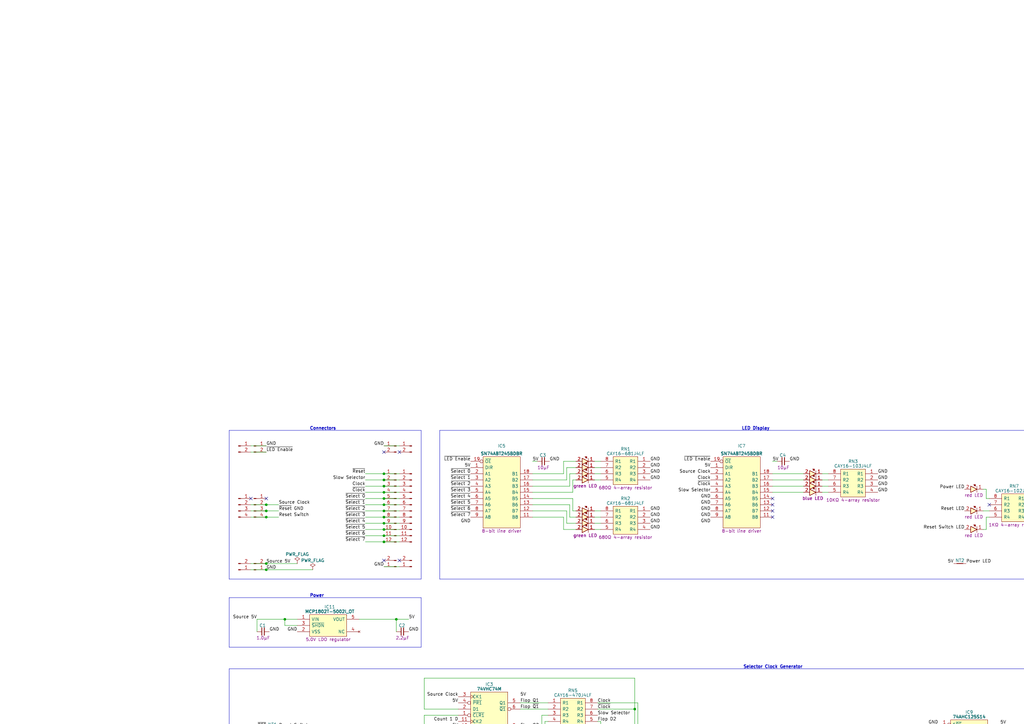
<source format=kicad_sch>
(kicad_sch (version 20230121) (generator eeschema)
  (paper "A3")
  (junction (at 116.84 254))
  (junction (at 157.48 207.01))
  (junction (at 109.22 212.09))
  (junction (at 157.48 212.09))
  (junction (at 109.22 209.55))
  (junction (at 132.08 320.04))
  (junction (at 109.22 233.68))
  (junction (at 157.48 194.31))
  (junction (at 157.48 222.25))
  (junction (at 157.48 219.71))
  (junction (at 157.48 204.47))
  (junction (at 157.48 209.55))
  (junction (at 157.48 201.93))
  (junction (at 260.35 290.83))
  (junction (at 109.22 207.01))
  (junction (at 157.48 217.17))
  (junction (at 157.48 196.85))
  (junction (at 109.22 231.14))
  (junction (at 157.48 214.63))
  (junction (at 173.99 303.53))
  (junction (at 157.48 199.39))
  (junction (at 162.56 254))
  (no_connect (at 163.83 340.36))
  (no_connect (at 163.83 325.12))
  (no_connect (at 163.83 330.2))
  (no_connect (at 163.83 332.74))
  (no_connect (at 405.765 207.01))
  (no_connect (at 163.83 335.28))
  (no_connect (at 102.87 204.47))
  (no_connect (at 163.83 185.42))
  (no_connect (at 109.22 204.47))
  (no_connect (at 157.48 185.42))
  (no_connect (at 157.48 229.87))
  (no_connect (at 222.25 330.2))
  (no_connect (at 222.25 332.74))
  (no_connect (at 426.085 207.01))
  (no_connect (at 163.83 229.87))
  (no_connect (at 289.56 314.96))
  (no_connect (at 289.56 322.58))
  (no_connect (at 289.56 325.12))
  (no_connect (at 316.865 207.01))
  (no_connect (at 316.865 204.47))
  (no_connect (at 316.865 209.55))
  (no_connect (at 316.865 212.09))
  (wire (pts (xy 289.56 320.04) (xy 300.99 320.04)))
  (wire (pts (xy 182.88 311.15) (xy 246.38 311.15)))
  (wire (pts (xy 236.22 191.77) (xy 232.41 191.77)))
  (wire (pts (xy 323.85 322.58) (xy 326.39 322.58)))
  (wire (pts (xy 232.41 214.63) (xy 236.22 214.63)))
  (wire (pts (xy 316.865 199.39) (xy 329.565 199.39)))
  (wire (pts (xy 157.48 204.47) (xy 163.83 204.47)))
  (wire (pts (xy 337.185 194.31) (xy 339.725 194.31)))
  (wire (pts (xy 149.86 196.85) (xy 157.48 196.85)))
  (wire (pts (xy 149.86 204.47) (xy 157.48 204.47)))
  (wire (pts (xy 337.185 201.93) (xy 339.725 201.93)))
  (wire (pts (xy 213.36 300.99) (xy 223.52 300.99)))
  (wire (pts (xy 303.53 327.66) (xy 302.26 327.66)))
  (wire (pts (xy 102.87 212.09) (xy 109.22 212.09)))
  (wire (pts (xy 182.88 311.15) (xy 182.88 300.99)))
  (wire (pts (xy 224.79 295.91) (xy 223.52 295.91)))
  (wire (pts (xy 233.68 212.09) (xy 236.22 212.09)))
  (wire (pts (xy 422.91 303.53) (xy 424.18 303.53)))
  (wire (pts (xy 245.11 288.29) (xy 261.62 288.29)))
  (wire (pts (xy 422.91 311.15) (xy 424.18 311.15)))
  (wire (pts (xy 149.86 219.71) (xy 157.48 219.71)))
  (wire (pts (xy 102.87 182.88) (xy 109.22 182.88)))
  (wire (pts (xy 363.22 325.12) (xy 377.19 325.12)))
  (wire (pts (xy 326.39 325.12) (xy 326.39 327.66)))
  (wire (pts (xy 232.41 209.55) (xy 232.41 214.63)))
  (wire (pts (xy 224.79 293.37) (xy 222.25 293.37)))
  (wire (pts (xy 157.48 207.01) (xy 163.83 207.01)))
  (wire (pts (xy 316.865 196.85) (xy 329.565 196.85)))
  (wire (pts (xy 234.95 201.93) (xy 234.95 196.85)))
  (wire (pts (xy 260.35 312.42) (xy 264.16 312.42)))
  (wire (pts (xy 231.14 212.09) (xy 231.14 217.17)))
  (wire (pts (xy 243.84 209.55) (xy 246.38 209.55)))
  (wire (pts (xy 326.39 327.66) (xy 337.82 327.66)))
  (wire (pts (xy 260.35 278.13) (xy 260.35 290.83)))
  (wire (pts (xy 102.87 233.68) (xy 109.22 233.68)))
  (polyline (pts (xy 93.98 274.32) (xy 93.98 358.14)))
  (wire (pts (xy 218.44 209.55) (xy 232.41 209.55)))
  (polyline (pts (xy 93.98 265.43) (xy 93.98 245.11)))
  (wire (pts (xy 410.21 344.17) (xy 421.64 344.17)))
  (wire (pts (xy 236.22 194.31) (xy 233.68 194.31)))
  (wire (pts (xy 410.21 314.96) (xy 422.91 314.96)))
  (wire (pts (xy 157.48 214.63) (xy 163.83 214.63)))
  (wire (pts (xy 375.92 339.09) (xy 384.81 339.09)))
  (wire (pts (xy 259.08 314.96) (xy 259.08 322.58)))
  (polyline (pts (xy 180.34 176.53) (xy 180.34 237.49)))
  (wire (pts (xy 187.96 293.37) (xy 173.99 293.37)))
  (wire (pts (xy 302.26 317.5) (xy 302.26 320.04)))
  (wire (pts (xy 377.19 325.12) (xy 377.19 334.01)))
  (wire (pts (xy 363.22 322.58) (xy 377.19 322.58)))
  (wire (pts (xy 246.38 295.91) (xy 246.38 311.15)))
  (wire (pts (xy 377.19 334.01) (xy 384.81 334.01)))
  (wire (pts (xy 243.84 189.23) (xy 246.38 189.23)))
  (wire (pts (xy 234.95 204.47) (xy 234.95 209.55)))
  (wire (pts (xy 404.495 217.17) (xy 404.495 212.09)))
  (wire (pts (xy 405.765 204.47) (xy 404.495 204.47)))
  (wire (pts (xy 157.48 217.17) (xy 163.83 217.17)))
  (wire (pts (xy 147.32 254) (xy 162.56 254)))
  (wire (pts (xy 218.44 201.93) (xy 234.95 201.93)))
  (wire (pts (xy 149.86 217.17) (xy 157.48 217.17)))
  (wire (pts (xy 404.495 204.47) (xy 404.495 200.66)))
  (polyline (pts (xy 172.72 265.43) (xy 93.98 265.43)))
  (wire (pts (xy 157.48 212.09) (xy 163.83 212.09)))
  (wire (pts (xy 172.72 337.82) (xy 163.83 337.82)))
  (wire (pts (xy 374.65 344.17) (xy 374.65 330.2)))
  (wire (pts (xy 325.12 330.2) (xy 337.82 330.2)))
  (wire (pts (xy 222.25 322.58) (xy 259.08 322.58)))
  (wire (pts (xy 316.865 194.31) (xy 329.565 194.31)))
  (wire (pts (xy 421.64 340.36) (xy 421.64 339.09)))
  (wire (pts (xy 300.99 325.12) (xy 300.99 327.66)))
  (wire (pts (xy 318.77 306.07) (xy 320.04 306.07)))
  (wire (pts (xy 410.21 334.01) (xy 422.91 334.01)))
  (wire (pts (xy 157.48 199.39) (xy 163.83 199.39)))
  (polyline (pts (xy 93.98 358.14) (xy 477.52 358.14)))
  (wire (pts (xy 243.84 212.09) (xy 246.38 212.09)))
  (wire (pts (xy 232.41 191.77) (xy 232.41 196.85)))
  (wire (pts (xy 218.44 196.85) (xy 232.41 196.85)))
  (polyline (pts (xy 453.39 237.49) (xy 453.39 176.53)))
  (wire (pts (xy 184.15 325.12) (xy 196.85 325.12)))
  (wire (pts (xy 289.56 330.2) (xy 302.26 330.2)))
  (wire (pts (xy 363.22 327.66) (xy 375.92 327.66)))
  (wire (pts (xy 124.46 320.04) (xy 132.08 320.04)))
  (wire (pts (xy 234.95 196.85) (xy 236.22 196.85)))
  (wire (pts (xy 421.64 308.61) (xy 424.18 308.61)))
  (wire (pts (xy 163.83 182.88) (xy 157.48 182.88)))
  (wire (pts (xy 325.12 330.2) (xy 325.12 327.66)))
  (wire (pts (xy 149.86 214.63) (xy 157.48 214.63)))
  (wire (pts (xy 218.44 212.09) (xy 231.14 212.09)))
  (wire (pts (xy 410.21 339.09) (xy 421.64 339.09)))
  (wire (pts (xy 316.865 201.93) (xy 329.565 201.93)))
  (wire (pts (xy 259.08 314.96) (xy 264.16 314.96)))
  (wire (pts (xy 102.87 207.01) (xy 109.22 207.01)))
  (wire (pts (xy 422.91 337.82) (xy 422.91 334.01)))
  (wire (pts (xy 105.41 254) (xy 116.84 254)))
  (wire (pts (xy 157.48 201.93) (xy 163.83 201.93)))
  (wire (pts (xy 289.56 327.66) (xy 300.99 327.66)))
  (wire (pts (xy 325.12 320.04) (xy 325.12 317.5)))
  (wire (pts (xy 222.25 293.37) (xy 222.25 298.45)))
  (wire (pts (xy 302.26 327.66) (xy 302.26 330.2)))
  (wire (pts (xy 218.44 189.23) (xy 220.345 189.23)))
  (wire (pts (xy 187.96 290.83) (xy 173.99 290.83)))
  (wire (pts (xy 260.35 290.83) (xy 260.35 312.42)))
  (wire (pts (xy 243.84 194.31) (xy 246.38 194.31)))
  (wire (pts (xy 157.48 196.85) (xy 163.83 196.85)))
  (wire (pts (xy 234.95 209.55) (xy 236.22 209.55)))
  (wire (pts (xy 421.64 342.9) (xy 421.64 344.17)))
  (polyline (pts (xy 172.72 245.11) (xy 93.98 245.11)))
  (wire (pts (xy 421.64 306.07) (xy 424.18 306.07)))
  (wire (pts (xy 313.69 312.42) (xy 289.56 312.42)))
  (wire (pts (xy 218.44 204.47) (xy 234.95 204.47)))
  (wire (pts (xy 404.495 212.09) (xy 405.765 212.09)))
  (wire (pts (xy 373.38 299.72) (xy 373.38 314.96)))
  (wire (pts (xy 109.22 207.01) (xy 114.3 207.01)))
  (wire (pts (xy 162.56 254) (xy 167.64 254)))
  (wire (pts (xy 422.91 299.72) (xy 422.91 303.53)))
  (wire (pts (xy 182.88 300.99) (xy 187.96 300.99)))
  (wire (pts (xy 180.34 337.82) (xy 177.8 337.82)))
  (wire (pts (xy 363.22 320.04) (xy 375.92 320.04)))
  (wire (pts (xy 173.99 303.53) (xy 187.96 303.53)))
  (wire (pts (xy 323.85 325.12) (xy 326.39 325.12)))
  (wire (pts (xy 173.99 293.37) (xy 173.99 303.53)))
  (wire (pts (xy 102.87 185.42) (xy 109.22 185.42)))
  (wire (pts (xy 223.52 295.91) (xy 223.52 300.99)))
  (wire (pts (xy 132.08 322.58) (xy 132.08 320.04)))
  (wire (pts (xy 374.65 330.2) (xy 363.22 330.2)))
  (wire (pts (xy 363.22 314.96) (xy 373.38 314.96)))
  (wire (pts (xy 149.86 199.39) (xy 157.48 199.39)))
  (wire (pts (xy 375.92 309.88) (xy 375.92 320.04)))
  (wire (pts (xy 424.18 337.82) (xy 422.91 337.82)))
  (wire (pts (xy 363.22 332.74) (xy 373.38 332.74)))
  (wire (pts (xy 405.765 209.55) (xy 403.225 209.55)))
  (wire (pts (xy 231.14 189.23) (xy 231.14 194.31)))
  (polyline (pts (xy 172.72 245.11) (xy 172.72 265.43)))
  (wire (pts (xy 173.99 290.83) (xy 173.99 278.13)))
  (wire (pts (xy 213.36 290.83) (xy 224.79 290.83)))
  (wire (pts (xy 218.44 194.31) (xy 231.14 194.31)))
  (wire (pts (xy 162.56 254) (xy 162.56 259.08)))
  (wire (pts (xy 375.92 327.66) (xy 375.92 339.09)))
  (wire (pts (xy 102.87 231.14) (xy 109.22 231.14)))
  (polyline (pts (xy 477.52 358.14) (xy 477.52 274.32)))
  (wire (pts (xy 384.81 344.17) (xy 374.65 344.17)))
  (wire (pts (xy 184.15 320.04) (xy 184.15 325.12)))
  (wire (pts (xy 236.22 189.23) (xy 231.14 189.23)))
  (wire (pts (xy 410.21 309.88) (xy 421.64 309.88)))
  (wire (pts (xy 326.39 320.04) (xy 337.82 320.04)))
  (wire (pts (xy 163.83 320.04) (xy 184.15 320.04)))
  (wire (pts (xy 421.64 309.88) (xy 421.64 308.61)))
  (wire (pts (xy 116.84 254) (xy 121.92 254)))
  (wire (pts (xy 261.62 288.29) (xy 261.62 322.58)))
  (wire (pts (xy 325.12 317.5) (xy 337.82 317.5)))
  (wire (pts (xy 102.87 209.55) (xy 109.22 209.55)))
  (wire (pts (xy 318.77 189.23) (xy 316.865 189.23)))
  (wire (pts (xy 149.86 194.31) (xy 157.48 194.31)))
  (wire (pts (xy 424.18 345.44) (xy 422.91 345.44)))
  (wire (pts (xy 163.83 232.41) (xy 157.48 232.41)))
  (wire (pts (xy 173.99 303.53) (xy 173.99 327.66)))
  (wire (pts (xy 243.84 191.77) (xy 246.38 191.77)))
  (wire (pts (xy 132.08 322.58) (xy 138.43 322.58)))
  (wire (pts (xy 422.91 314.96) (xy 422.91 311.15)))
  (wire (pts (xy 303.53 322.58) (xy 300.99 322.58)))
  (wire (pts (xy 410.21 299.72) (xy 422.91 299.72)))
  (wire (pts (xy 363.22 317.5) (xy 374.65 317.5)))
  (polyline (pts (xy 172.72 237.49) (xy 93.98 237.49)))
  (wire (pts (xy 243.84 214.63) (xy 246.38 214.63)))
  (wire (pts (xy 410.21 349.25) (xy 422.91 349.25)))
  (wire (pts (xy 303.53 320.04) (xy 302.26 320.04)))
  (wire (pts (xy 337.185 196.85) (xy 339.725 196.85)))
  (wire (pts (xy 373.38 349.25) (xy 384.81 349.25)))
  (wire (pts (xy 424.18 340.36) (xy 421.64 340.36)))
  (wire (pts (xy 231.14 217.17) (xy 236.22 217.17)))
  (polyline (pts (xy 180.34 176.53) (xy 453.39 176.53)))
  (wire (pts (xy 300.99 322.58) (xy 300.99 320.04)))
  (wire (pts (xy 245.11 290.83) (xy 260.35 290.83)))
  (wire (pts (xy 245.11 295.91) (xy 246.38 295.91)))
  (wire (pts (xy 384.81 299.72) (xy 373.38 299.72)))
  (wire (pts (xy 222.25 325.12) (xy 264.16 325.12)))
  (wire (pts (xy 422.91 345.44) (xy 422.91 349.25)))
  (wire (pts (xy 116.84 256.54) (xy 116.84 254)))
  (wire (pts (xy 173.99 327.66) (xy 163.83 327.66)))
  (wire (pts (xy 233.68 207.01) (xy 233.68 212.09)))
  (wire (pts (xy 233.68 194.31) (xy 233.68 199.39)))
  (wire (pts (xy 384.81 309.88) (xy 375.92 309.88)))
  (wire (pts (xy 218.44 199.39) (xy 233.68 199.39)))
  (wire (pts (xy 373.38 332.74) (xy 373.38 349.25)))
  (wire (pts (xy 157.48 222.25) (xy 163.83 222.25)))
  (wire (pts (xy 313.69 306.07) (xy 313.69 312.42)))
  (wire (pts (xy 303.53 325.12) (xy 300.99 325.12)))
  (wire (pts (xy 410.21 304.8) (xy 421.64 304.8)))
  (wire (pts (xy 326.39 320.04) (xy 326.39 322.58)))
  (polyline (pts (xy 172.72 176.53) (xy 172.72 237.49)))
  (wire (pts (xy 109.22 233.68) (xy 128.27 233.68)))
  (wire (pts (xy 377.19 314.96) (xy 377.19 322.58)))
  (wire (pts (xy 289.56 317.5) (xy 302.26 317.5)))
  (wire (pts (xy 157.48 219.71) (xy 163.83 219.71)))
  (polyline (pts (xy 93.98 176.53) (xy 93.98 237.49)))
  (wire (pts (xy 403.225 217.17) (xy 404.495 217.17)))
  (wire (pts (xy 157.48 194.31) (xy 163.83 194.31)))
  (wire (pts (xy 337.185 199.39) (xy 339.725 199.39)))
  (wire (pts (xy 116.84 256.54) (xy 121.92 256.54)))
  (wire (pts (xy 384.81 314.96) (xy 377.19 314.96)))
  (wire (pts (xy 384.81 304.8) (xy 374.65 304.8)))
  (polyline (pts (xy 180.34 237.49) (xy 453.39 237.49)))
  (wire (pts (xy 132.08 320.04) (xy 138.43 320.04)))
  (wire (pts (xy 109.22 212.09) (xy 114.3 212.09)))
  (polyline (pts (xy 93.98 176.53) (xy 172.72 176.53)))
  (wire (pts (xy 149.86 222.25) (xy 157.48 222.25)))
  (wire (pts (xy 109.22 231.14) (xy 121.92 231.14)))
  (wire (pts (xy 243.84 217.17) (xy 246.38 217.17)))
  (wire (pts (xy 149.86 201.93) (xy 157.48 201.93)))
  (wire (pts (xy 261.62 322.58) (xy 264.16 322.58)))
  (wire (pts (xy 424.18 342.9) (xy 421.64 342.9)))
  (wire (pts (xy 105.41 254) (xy 105.41 259.08)))
  (wire (pts (xy 163.83 322.58) (xy 196.85 322.58)))
  (wire (pts (xy 149.86 209.55) (xy 157.48 209.55)))
  (wire (pts (xy 173.99 278.13) (xy 260.35 278.13)))
  (polyline (pts (xy 93.98 274.32) (xy 477.52 274.32)))
  (wire (pts (xy 404.495 200.66) (xy 403.225 200.66)))
  (wire (pts (xy 213.36 298.45) (xy 222.25 298.45)))
  (wire (pts (xy 325.12 327.66) (xy 323.85 327.66)))
  (wire (pts (xy 421.64 304.8) (xy 421.64 306.07)))
  (wire (pts (xy 149.86 212.09) (xy 157.48 212.09)))
  (wire (pts (xy 213.36 288.29) (xy 224.79 288.29)))
  (wire (pts (xy 218.44 207.01) (xy 233.68 207.01)))
  (wire (pts (xy 109.22 209.55) (xy 114.3 209.55)))
  (wire (pts (xy 374.65 304.8) (xy 374.65 317.5)))
  (wire (pts (xy 157.48 209.55) (xy 163.83 209.55)))
  (wire (pts (xy 243.84 196.85) (xy 246.38 196.85)))
  (wire (pts (xy 325.12 320.04) (xy 323.85 320.04)))
  (wire (pts (xy 149.86 207.01) (xy 157.48 207.01)))
  (text "LED Display" (at 304.165 176.53 0) (effects (font (size 1.27 1.27) (thickness 0.254) bold) (justify left bottom)))
  (text "Connectors" (at 127 176.53 0) (effects (font (size 1.27 1.27) (thickness 0.254) bold) (justify left bottom)))
  (text "Power" (at 127 245.11 0) (effects (font (size 1.27 1.27) (thickness 0.254) bold) (justify left bottom)))
  (text "Selector Clock Generator" (at 304.8 274.32 0) (effects (font (size 1.27 1.27) (thickness 0.254) bold) (justify left bottom)))
  (label "Flop ~{Q2}" (at 213.36 300.99 0))
  (label "Drive1 3Y" (at 410.21 309.88 0))
  (label "GND" (at 138.43 340.36 180))
  (label "Drive1 1Y" (at 410.21 299.72 0))
  (label "Reset Switch" (at 114.3 298.45 0))
  (label "GND" (at 266.7 209.55 0))
  (label "5V" (at 465.455 326.39 180))
  (label "Slow Selector" (at 291.465 201.93 180))
  (label "~{LED Enable}" (at 291.465 189.23 180))
  (label "~{Select 2}" (at 193.04 199.39 180))
  (label "5V" (at 410.21 297.18 0))
  (label "Flop Q2" (at 213.36 298.45 0))
  (label "GND" (at 266.7 194.31 0))
  (label "Power LED" (at 396.24 231.14 0))
  (label "GND" (at 384.81 341.63 180))
  (label "Count 1 A" (at 327.66 320.04 0))
  (label "GND" (at 384.81 336.55 180))
  (label "Count 1QA" (at 289.56 320.04 0))
  (label "GND" (at 167.64 259.08 0))
  (label "~{Select 6}" (at 444.5 303.53 0))
  (label "~{Clock}" (at 291.465 199.39 180))
  (label "Drive2 3Y" (at 410.21 344.17 0))
  (label "~{Reset} GND" (at 114.3 306.07 0))
  (label "Reset Switch LED" (at 222.25 327.66 0))
  (label "GND" (at 470.535 326.39 0))
  (label "GND" (at 138.43 317.5 180))
  (label "Line ~{Y1A}" (at 363.22 320.04 0))
  (label "GND" (at 266.7 196.85 0))
  (label "GND" (at 193.04 214.63 180))
  (label "Drive2 4Y" (at 410.21 349.25 0))
  (label "Slow Selector" (at 149.86 196.85 180))
  (label "Count 2 A" (at 327.66 330.2 0))
  (label "~{Reset} GND" (at 114.3 209.55 0))
  (label "5V" (at 187.96 298.45 180))
  (label "GND" (at 266.7 189.23 0))
  (label "Shift QA" (at 163.83 337.82 0))
  (label "Line ~{Y0B}" (at 363.22 332.74 0))
  (label "Line ~{Y2A}" (at 363.22 317.5 0))
  (label "GND" (at 446.405 203.2 0))
  (label "GND" (at 196.85 337.82 180))
  (label "GND" (at 470.535 295.91 0))
  (label "GND" (at 470.535 334.01 0))
  (label "GND" (at 384.81 346.71 180))
  (label "Reset Switch" (at 114.3 212.09 0))
  (label "~{Shift QG}" (at 222.25 322.58 0))
  (label "GND" (at 360.045 201.93 0))
  (label "GND" (at 196.85 330.2 180))
  (label "Line ~{Y0A}" (at 363.22 322.58 0))
  (label "~{Select 2}" (at 149.86 209.55 180))
  (label "Source Clock" (at 138.43 325.12 180))
  (label "5V" (at 391.16 231.14 180))
  (label "GND" (at 196.85 332.74 180))
  (label "5V" (at 222.25 320.04 0))
  (label "Clock" (at 149.86 199.39 180))
  (label "Shift QE" (at 163.83 327.66 0))
  (label "GND" (at 384.81 351.79 180))
  (label "~{Select 3}" (at 444.5 342.9 0))
  (label "Flop Q1" (at 213.36 288.29 0))
  (label "~{Select 2}" (at 444.5 308.61 0))
  (label "GND" (at 470.535 311.15 0))
  (label "GND" (at 157.48 182.88 180))
  (label "5V" (at 193.04 191.77 180))
  (label "~{RST}" (at 196.85 327.66 180))
  (label "~{Clock}" (at 245.11 290.83 0))
  (label "5V" (at 187.96 288.29 180))
  (label "GND" (at 291.465 214.63 180))
  (label "Reset Switch LED" (at 395.605 217.17 180))
  (label "5V" (at 213.36 285.75 0))
  (label "Source Clock" (at 291.465 194.31 180))
  (label "GND" (at 426.085 212.09 0))
  (label "5V" (at 218.44 189.23 0))
  (label "~{Select 1}" (at 444.5 345.44 0))
  (label "GND" (at 384.81 331.47 180))
  (label "5V" (at 465.455 334.01 180))
  (label "Clock" (at 291.465 196.85 180))
  (label "Source Clock" (at 114.3 207.01 0))
  (label "Flop D2" (at 245.11 295.91 0))
  (label "~{Shift QH}" (at 222.25 325.12 0))
  (label "GND" (at 264.16 330.2 180))
  (label "5V" (at 465.455 318.77 180))
  (label "5V" (at 465.455 303.53 180))
  (label "GND" (at 384.81 297.18 180))
  (label "~{Reset}" (at 149.86 194.31 180))
  (label "~{Select 6}" (at 193.04 209.55 180))
  (label "GND" (at 360.045 199.39 0))
  (label "Count 1 D" (at 187.96 295.91 180))
  (label "Count 1QD" (at 289.56 312.42 0))
  (label "GND" (at 323.85 189.23 0))
  (label "GND" (at 360.045 194.31 0))
  (label "GND" (at 384.81 312.42 180))
  (label "Source Clock" (at 187.96 285.75 180))
  (label "GND" (at 337.82 314.96 180))
  (label "GND" (at 291.465 212.09 180))
  (label "GND" (at 291.465 209.55 180))
  (label "Source 5V" (at 109.22 231.14 0))
  (label "GND" (at 266.7 214.63 0))
  (label "Flop ~{Q1}" (at 213.36 290.83 0))
  (label "5V" (at 363.22 312.42 0))
  (label "~{Select 7}" (at 444.5 337.82 0))
  (label "5V" (at 99.06 320.04 180))
  (label "GND" (at 291.465 207.01 180))
  (label "Source 5V" (at 105.41 254 180))
  (label "GND" (at 110.49 259.08 0))
  (label "5V" (at 465.455 295.91 180))
  (label "5V" (at 163.83 317.5 0))
  (label "Slow Selector" (at 245.11 293.37 0))
  (label "~{Select 1}" (at 193.04 196.85 180))
  (label "~{Select 4}" (at 444.5 306.07 0))
  (label "~{Reset}" (at 196.85 335.28 180))
  (label "~{Select 7}" (at 149.86 222.25 180))
  (label "~{Clock}" (at 149.86 201.93 180))
  (label "5V" (at 410.21 331.47 0))
  (label "GND" (at 426.085 204.47 0))
  (label "GND" (at 109.22 306.07 180))
  (label "Reset LED" (at 222.25 335.28 0))
  (label "5V" (at 167.64 254 0))
  (label "Count 2QA" (at 289.56 330.2 0))
  (label "GND" (at 384.81 317.5 180))
  (label "Clock" (at 245.11 288.29 0))
  (label "GND" (at 225.425 189.23 0))
  (label "Drive2 1Y" (at 410.21 334.01 0))
  (label "~{Select 3}" (at 149.86 212.09 180))
  (label "~{Select 0}" (at 444.5 311.15 0))
  (label "GND" (at 384.81 307.34 180))
  (label "GND" (at 124.46 317.5 0))
  (label "GND" (at 266.7 217.17 0))
  (label "~{RST}" (at 124.46 320.04 0))
  (label "~{Select 4}" (at 193.04 204.47 180))
  (label "GND" (at 121.92 259.08 180))
  (label "5V" (at 289.56 309.88 0))
  (label "~{Select 1}" (at 149.86 207.01 180))
  (label "Count 1 D" (at 320.04 306.07 0))
  (label "~{LED Enable}" (at 109.22 185.42 0))
  (label "~{Select 0}" (at 149.86 204.47 180))
  (label "Shift QG" (at 163.83 322.58 0))
  (label "GND" (at 109.22 182.88 0))
  (label "GND" (at 337.82 325.12 180))
  (label "Count 1 B" (at 327.66 317.5 0))
  (label "~{Select 0}" (at 193.04 194.31 180))
  (label "Line ~{Y1B}" (at 363.22 330.2 0))
  (label "GND" (at 470.535 303.53 0))
  (label "GND" (at 157.48 232.41 180))
  (label "Line ~{Y3B}" (at 363.22 325.12 0))
  (label "GND" (at 360.045 196.85 0))
  (label "Drive2 2Y" (at 410.21 339.09 0))
  (label "Count 2 B" (at 327.66 327.66 0))
  (label "~{LED Enable}" (at 193.04 189.23 180))
  (label "~{RST}" (at 109.22 298.45 180))
  (label "Line ~{Y2B}" (at 363.22 327.66 0))
  (label "5V" (at 291.465 191.77 180))
  (label "~{Select 7}" (at 193.04 212.09 180))
  (label "5V" (at 316.865 189.23 0))
  (label "GND" (at 187.96 306.07 180))
  (label "~{Select 3}" (at 193.04 201.93 180))
  (label "~{Select 5}" (at 444.5 340.36 0))
  (label "5V" (at 465.455 311.15 180))
  (label "Reset LED" (at 395.605 209.55 180))
  (label "Source Clock" (at 138.43 327.66 180))
  (label "Drive1 2Y" (at 410.21 304.8 0))
  (label "GND" (at 470.535 318.77 0))
  (label "Drive1 4Y" (at 410.21 314.96 0))
  (label "Shift QH" (at 163.83 320.04 0))
  (label "5V" (at 441.325 203.2 180))
  (label "~{Select 5}" (at 193.04 207.01 180))
  (label "GND" (at 266.7 191.77 0))
  (label "~{Select 4}" (at 149.86 214.63 180))
  (label "~{Select 6}" (at 149.86 219.71 180))
  (label "Count 2QB" (at 289.56 327.66 0))
  (label "Line ~{Y3A}" (at 363.22 314.96 0))
  (label "GND" (at 426.085 209.55 0))
  (label "GND" (at 291.465 204.47 180))
  (label "GND" (at 446.405 210.82 0))
  (label "~{Select 5}" (at 149.86 217.17 180))
  (label "Power LED" (at 395.605 200.66 180))
  (label "GND" (at 337.82 332.74 180))
  (label "GND" (at 266.7 212.09 0))
  (label "GND" (at 384.81 302.26 180))
  (label "~{Reset}" (at 180.34 337.82 0))
  (label "GND" (at 470.535 341.63 0))
  (label "Count 1QB" (at 289.56 317.5 0))
  (label "5V" (at 465.455 341.63 180))
  (label "GND" (at 109.22 233.68 0))
  (label "5V" (at 441.325 210.82 180))
  (symbol (lib_id "Bourns:CAY16-470J4LF") (at 424.18 303.53 0) (unit 1)
    (property "Reference" "RN4" (at 434.34 298.45 0))
    (property "Value" "CAY16-470J4LF" (at 434.34 300.355 0))
    (property "Footprint" "CAY16470J4LF" (effects hide))
    (property "Datasheet" "https://www.bourns.com/pdfs/CATCAY.pdf" (effects hide))
    (property "Description" "47Ω 4-array resistor" (at 434.34 314.325 0))
    (property "Height" "0.6" (effects hide))
    (property "Manufacturer_Name" "Bourns" (effects hide))
    (property "Manufacturer_Part_Number" "CAY16-470J4LF" (effects hide))
    (property "Mouser Part Number" "652-CAY16-470J4LF" (effects hide))
    (property "Mouser Price/Stock" "https://www.mouser.co.uk/ProductDetail/Bourns/CAY16-470J4LF?qs=qTIqTK87QiXUF9QNWUvo2Q%3D%3D" (effects hide))
    (property "Arrow Part Number" "CAY16-470J4LF" (effects hide))
    (property "Arrow Price/Stock" "https://www.arrow.com/en/products/cay16-470j4lf/bourns" (effects hide))
    (property "Silkscreen" "47Ω" (effects hide))
  )
  (symbol (lib_id "Bourns:CAY16-681J4LF") (at 266.7 189.23 0) (mirror y) (unit 1)
    (property "Reference" "RN1" (at 256.54 184.15 0))
    (property "Value" "CAY16-681J4LF" (at 256.54 186.055 0))
    (property "Footprint" "SamacSys_Parts:CAY16-J4" (effects hide))
    (property "Datasheet" "https://www.bourns.com/pdfs/CATCAY.pdf" (effects hide))
    (property "Description" "680Ω 4-array resistor" (at 256.54 200.025 0))
    (property "Manufacturer_Name" "Bourns" (effects hide))
    (property "Manufacturer_Part_Number" "CAY16-681J4LF" (effects hide))
    (property "Mouser Part Number" "652-CAY16-681J4LF" (effects hide))
    (property "Mouser Price/Stock" "https://www.mouser.co.uk/ProductDetail/Bourns/CAY16-472J4LF?qs=vjljXApjgZXDWSqaYW6%252BOA%3D%3D" (effects hide))
    (property "Silkscreen" "680Ω" (effects hide))
  )
  (symbol (lib_id "Connector:Conn_01x04_Male") (at 104.14 207.01 0) (unit 1)
    (property "Reference" "J5" (effects hide))
    (property "Value" "Conn_01x04_Male" (effects hide))
    (property "Footprint" "Connector_PinHeader_2.54mm:PinHeader_1x04_P2.54mm_Vertical" (effects hide))
  )
  (symbol (lib_id "Wurth_Elektronik:150224BS73100A") (at 333.375 194.31 0) (mirror y) (unit 1)
    (property "Reference" "LED9" (effects hide))
    (property "Value" "150224BS73100A" (effects hide))
    (property "Footprint" "150224BS73100A" (effects hide))
    (property "Datasheet" "https://www.we-online.com/catalog/datasheet/150224BS73100A.pdf" (effects hide))
    (property "Description" "blue LED" (effects hide))
    (property "Height" "1.41" (effects hide))
    (property "Manufacturer_Name" "Wurth Elektronik" (effects hide))
    (property "Manufacturer_Part_Number" "150224BS73100A" (effects hide))
    (property "Mouser Part Number" "710-150224BS73100A" (effects hide))
    (property "Mouser Price/Stock" "https://www.mouser.co.uk/ProductDetail/Wurth-Elektronik/150224BS73100A?qs=fAHHVMwC%252BbiyYxPpssMINA%3D%3D" (effects hide))
    (property "Silkscreen" "blu" (effects hide))
  )
  (symbol (lib_id "Bourns:CAY16-102J4LF") (at 426.085 204.47 0) (mirror y) (unit 1)
    (property "Reference" "RN7" (at 415.925 199.39 0))
    (property "Value" "CAY16-102J4LF" (at 415.925 201.295 0))
    (property "Footprint" "SamacSys_Parts:CAY16-J4" (effects hide))
    (property "Datasheet" "https://www.bourns.com/pdfs/CATCAY.pdf" (effects hide))
    (property "Description" "1KΩ 4-array resistor" (at 415.925 215.265 0))
    (property "Manufacturer_Name" "Bourns" (effects hide))
    (property "Manufacturer_Part_Number" "CAY16-102J4LF\n" (effects hide))
    (property "Mouser Part Number" "652-CAY16-102J4LF" (effects hide))
    (property "Mouser Price/Stock" "https://www.mouser.co.uk/ProductDetail/Bourns/CAY16-472J4LF?qs=vjljXApjgZXDWSqaYW6%252BOA%3D%3D" (effects hide))
    (property "Silkscreen" "1KΩ" (effects hide))
  )
  (symbol (lib_id "HCP65:C_0805") (at 318.77 189.23 0) (unit 1)
    (property "Reference" "C4" (at 321.056 186.69 0))
    (property "Value" "C_0805" (effects hide))
    (property "Footprint" "SamacSys_Parts:C_0805" (effects hide))
    (property "Description" "10μF" (at 321.31 191.77 0))
  )
  (symbol (lib_id "Wurth_Elektronik:150224BS73100A") (at 333.375 196.85 0) (mirror y) (unit 1)
    (property "Reference" "LD10" (effects hide))
    (property "Value" "150224BS73100A" (effects hide))
    (property "Footprint" "150224BS73100A" (effects hide))
    (property "Datasheet" "https://www.we-online.com/catalog/datasheet/150224BS73100A.pdf" (effects hide))
    (property "Description" "blue LED" (effects hide))
    (property "Height" "1.41" (effects hide))
    (property "Manufacturer_Name" "Wurth Elektronik" (effects hide))
    (property "Manufacturer_Part_Number" "150224BS73100A" (effects hide))
    (property "Mouser Part Number" "710-150224BS73100A" (effects hide))
    (property "Mouser Price/Stock" "https://www.mouser.co.uk/ProductDetail/Wurth-Elektronik/150224BS73100A?qs=fAHHVMwC%252BbiyYxPpssMINA%3D%3D" (effects hide))
    (property "Silkscreen" "blu" (effects hide))
  )
  (symbol (lib_id "Bourns:CAY16-470J4LF") (at 224.79 288.29 0) (unit 1)
    (property "Reference" "RN5" (at 234.95 283.21 0))
    (property "Value" "CAY16-470J4LF" (at 234.95 285.115 0))
    (property "Footprint" "CAY16470J4LF" (effects hide))
    (property "Datasheet" "https://www.bourns.com/pdfs/CATCAY.pdf" (effects hide))
    (property "Description" "47Ω 4-array resistor" (at 234.95 299.085 0))
    (property "Height" "0.6" (effects hide))
    (property "Manufacturer_Name" "Bourns" (effects hide))
    (property "Manufacturer_Part_Number" "CAY16-470J4LF" (effects hide))
    (property "Mouser Part Number" "652-CAY16-470J4LF" (effects hide))
    (property "Mouser Price/Stock" "https://www.mouser.co.uk/ProductDetail/Bourns/CAY16-470J4LF?qs=qTIqTK87QiXUF9QNWUvo2Q%3D%3D" (effects hide))
    (property "Arrow Part Number" "CAY16-470J4LF" (effects hide))
    (property "Arrow Price/Stock" "https://www.arrow.com/en/products/cay16-470j4lf/bourns" (effects hide))
    (property "Silkscreen" "47Ω" (effects hide))
  )
  (symbol (lib_name "SN74ABT245BDBR_1") (lib_id "Texas_Instruments:SN74ABT245BDBR") (at 193.04 189.23 0) (unit 1)
    (property "Reference" "IC5" (at 205.74 182.88 0))
    (property "Value" "SN74ABT245BDBR" (at 205.74 186.055 0) (effects (font bold)))
    (property "Footprint" "SOP65P780X200-20N" (effects hide))
    (property "Datasheet" "http://www.ti.com/lit/gpn/sn74abt245b" (effects hide))
    (property "Description" "8-bit line driver" (at 205.74 217.805 0))
    (property "Height" "2" (effects hide))
    (property "Manufacturer_Name" "Texas Instruments" (effects hide))
    (property "Manufacturer_Part_Number" "SN74ABT245BDBR" (effects hide))
    (property "Mouser Part Number" "595-SN74ABT245BDBR" (effects hide))
    (property "Mouser Price/Stock" "https://www.mouser.co.uk/ProductDetail/Texas-Instruments/SN74ABT245BDBR?qs=5nGYs9Do7G0kvriH65mtcg%3D%3D" (effects hide))
    (property "Arrow Part Number" "SN74ABT245BDBR" (effects hide))
    (property "Arrow Price/Stock" "https://www.arrow.com/en/products/sn74abt245bdbr/texas-instruments" (effects hide))
  )
  (symbol (lib_id "Wurth_Elektronik:150224VS73100A") (at 240.03 217.17 0) (mirror y) (unit 1)
    (property "Reference" "LED8" (effects hide))
    (property "Value" "150224VS73100A" (effects hide))
    (property "Footprint" "150224VS73100A" (effects hide))
    (property "Datasheet" "https://www.we-online.com/katalog/datasheet/150224VS73100A.pdf" (effects hide))
    (property "Description" "green LED" (at 240.03 220.345 0) (effects (justify bottom)))
    (property "Height" "1.41" (effects hide))
    (property "Manufacturer_Name" "Wurth Elektronik" (effects hide))
    (property "Manufacturer_Part_Number" "150224VS73100A" (effects hide))
    (property "Mouser Part Number" "710-150224VS73100A" (effects hide))
    (property "Mouser Price/Stock" "https://www.mouser.co.uk/ProductDetail/Wurth-Elektronik/150224VS73100A?qs=8Aam6%252B7C6HG2%2FfdOsQ%2FdNg%3D%3D" (effects hide))
    (property "Silkscreen" "grn" (effects hide))
  )
  (symbol (lib_id "HCP65:C_0805") (at 465.455 318.77 0) (unit 1)
    (property "Reference" "C10" (at 467.741 316.23 0))
    (property "Value" "C_0805" (effects hide))
    (property "Footprint" "SamacSys_Parts:C_0805" (effects hide))
    (property "Description" "1nF" (at 467.995 321.31 0))
  )
  (symbol (lib_id "Device:NetTie_2") (at 111.76 298.45 0) (mirror y) (unit 1)
    (property "Reference" "NT1" (at 111.76 297.18 0))
    (property "Value" "NetTie_2" (at 111.76 299.72 0))
    (property "Footprint" "NetTie:NetTie-2_SMD_Pad0.5mm" (effects hide))
  )
  (symbol (lib_id "HCP65:C_0805") (at 162.56 259.08 0) (unit 1)
    (property "Reference" "C2" (at 164.846 256.54 0))
    (property "Value" "C_0805" (effects hide))
    (property "Footprint" "SamacSys_Parts:C_0805" (effects hide))
    (property "Description" "2.2µF" (at 165.1 261.62 0))
  )
  (symbol (lib_id "HCP65:C_0805") (at 465.455 334.01 0) (unit 1)
    (property "Reference" "C12" (at 467.741 331.47 0))
    (property "Value" "C_0805" (effects hide))
    (property "Footprint" "SamacSys_Parts:C_0805" (effects hide))
    (property "Description" "1nF" (at 467.995 336.55 0))
  )
  (symbol (lib_id "Toshiba:74VHC595FT") (at 138.43 317.5 0) (unit 1)
    (property "Reference" "IC2" (at 151.13 312.42 0))
    (property "Value" "74VHC595FT" (at 151.13 314.325 0) (effects (font bold)))
    (property "Footprint" "SOP65P640X120-16N" (effects hide))
    (property "Datasheet" "http://uk.rs-online.com/web/p/products/1713351" (effects hide))
    (property "Description" "8-bit shift-in register" (at 150.495 342.9 0))
    (property "Height" "1.2" (effects hide))
    (property "Manufacturer_Name" "Toshiba" (effects hide))
    (property "Manufacturer_Part_Number" "74VHC595FT" (effects hide))
    (property "Mouser Part Number" "757-74VHC595FT" (effects hide))
    (property "Mouser Price/Stock" "https://www.mouser.com/Search/Refine.aspx?Keyword=757-74VHC595FT" (effects hide))
    (property "Arrow Part Number" "74VHC595FT" (effects hide))
    (property "Arrow Price/Stock" "https://www.arrow.com/en/products/74vhc595ft/toshiba" (effects hide))
  )
  (symbol (lib_id "HCP65:C_0805") (at 105.41 259.08 0) (unit 1)
    (property "Reference" "C1" (at 107.696 256.54 0))
    (property "Value" "C_0805" (effects hide))
    (property "Footprint" "SamacSys_Parts:C_0805" (effects hide))
    (property "Description" "1.0µF" (at 107.95 261.62 0))
  )
  (symbol (lib_id "HCP65:C_0805") (at 441.325 210.82 0) (unit 1)
    (property "Reference" "C6" (at 443.611 208.28 0))
    (property "Value" "C_0805" (effects hide))
    (property "Footprint" "SamacSys_Parts:C_0805" (effects hide))
    (property "Description" "1nF" (at 443.865 213.36 0))
  )
  (symbol (lib_name "74AHC125S14_1") (lib_id "Diodes_Inc:74AHC125S14") (at 384.81 331.47 0) (unit 1)
    (property "Reference" "IC10" (at 397.51 326.39 0))
    (property "Value" "74AHC125S14" (at 397.51 328.295 0) (effects (font bold)))
    (property "Footprint" "SOIC127P600X173-14N" (effects hide))
    (property "Datasheet" "https://datasheet.datasheetarchive.com/originals/distributors/Datasheets-DGA14/1209772.pdf" (effects hide))
    (property "Description" "4-bit buffer" (at 397.51 354.965 0))
    (property "Height" "1.73" (effects hide))
    (property "Manufacturer_Name" "Diodes Inc." (effects hide))
    (property "Manufacturer_Part_Number" "74AHC125S14-13" (effects hide))
    (property "Mouser Part Number" "621-74AHC125S14-13" (effects hide))
    (property "Mouser Price/Stock" "https://www.mouser.com/Search/Refine.aspx?Keyword=621-74AHC125S14-13" (effects hide))
    (property "Arrow Part Number" "74AHC125S14-13" (effects hide))
    (property "Arrow Price/Stock" "https://www.arrow.com/en/products/74ahc125s14-13/diodes-incorporated" (effects hide))
  )
  (symbol (lib_id "Connector:Conn_01x02_Male") (at 168.91 232.41 180) (unit 1)
    (property "Reference" "J10" (effects hide))
    (property "Value" "Conn_01x02_Male" (effects hide))
    (property "Footprint" "Connector_PinHeader_2.54mm:PinHeader_1x02_P2.54mm_Vertical" (effects hide))
  )
  (symbol (lib_id "Maxim:DS1813R-10+T&R") (at 99.06 320.04 0) (unit 1)
    (property "Reference" "IC1" (at 111.76 312.42 0))
    (property "Value" "DS1813R-10+T&R" (at 111.76 314.325 0) (effects (font bold)))
    (property "Footprint" "SOT95P237X112-3N" (effects hide))
    (property "Datasheet" "https://componentsearchengine.com/Datasheets/2/DS1813R-10+T&R.pdf" (effects hide))
    (property "Description" "5V voltage supervisor" (at 112.395 323.215 0))
    (property "Height" "1.12" (effects hide))
    (property "Mouser Part Number" "700-DS1813R-10T&R" (effects hide))
    (property "Mouser Price/Stock" "https://www.mouser.co.uk/ProductDetail/Maxim-Integrated/DS1813R-10%2bTR?qs=0Y9aZN%252BMVCUEX%2FgvPX%252B6Nw%3D%3D" (effects hide))
    (property "Manufacturer_Name" "Maxim Integrated" (effects hide))
    (property "Manufacturer_Part_Number" "DS1813R-10+T&R" (effects hide))
    (property "Silkscreen" "DS1813" (effects hide))
  )
  (symbol (lib_id "Connector:Conn_01x04_Male") (at 97.79 207.01 0) (unit 1)
    (property "Reference" "J2" (effects hide))
    (property "Value" "Conn_01x04_Male" (effects hide))
    (property "Footprint" "Connector_PinHeader_2.54mm:PinHeader_1x04_P2.54mm_Vertical" (effects hide))
  )
  (symbol (lib_id "Texas_Instruments:SN74ABT245BDBR") (at 291.465 189.23 0) (unit 1)
    (property "Reference" "IC7" (at 304.165 182.88 0))
    (property "Value" "SN74ABT245BDBR" (at 304.165 186.055 0) (effects (font bold)))
    (property "Footprint" "SOP65P780X200-20N" (effects hide))
    (property "Datasheet" "http://www.ti.com/lit/gpn/sn74abt245b" (effects hide))
    (property "Description" "8-bit line driver" (at 304.165 217.805 0))
    (property "Height" "2" (effects hide))
    (property "Manufacturer_Name" "Texas Instruments" (effects hide))
    (property "Manufacturer_Part_Number" "SN74ABT245BDBR" (effects hide))
    (property "Mouser Part Number" "595-SN74ABT245BDBR" (effects hide))
    (property "Mouser Price/Stock" "https://www.mouser.co.uk/ProductDetail/Texas-Instruments/SN74ABT245BDBR?qs=5nGYs9Do7G0kvriH65mtcg%3D%3D" (effects hide))
    (property "Arrow Part Number" "SN74ABT245BDBR" (effects hide))
    (property "Arrow Price/Stock" "https://www.arrow.com/en/products/sn74abt245bdbr/texas-instruments" (effects hide))
  )
  (symbol (lib_id "Wurth_Elektronik:150224SS73100") (at 399.415 200.66 0) (mirror y) (unit 1)
    (property "Reference" "LD13" (effects hide))
    (property "Value" "150224SS73100" (effects hide))
    (property "Footprint" "SamacSys_Parts:150224SS73100A" (effects hide))
    (property "Datasheet" "http://www.farnell.com/datasheets/2301711.pdf" (effects hide))
    (property "Description" "red LED" (at 399.415 203.835 0) (effects (justify bottom)))
    (property "Height" "1.31" (effects hide))
    (property "Manufacturer_Name" "Wurth Elektronik" (effects hide))
    (property "Manufacturer_Part_Number" "150224SS73100" (effects hide))
    (property "Mouser Part Number" "710-150224SS73100" (effects hide))
    (property "Mouser Price/Stock" "https://www.mouser.co.uk/ProductDetail/Wurth-Elektronik/150224SS73100?qs=5aG0NVq1C4xYrTr%2FIVl59g%3D%3D" (effects hide))
    (property "Silkscreen" "red" (effects hide))
  )
  (symbol (lib_id "Wurth_Elektronik:150224BS73100A") (at 333.375 201.93 0) (mirror y) (unit 1)
    (property "Reference" "LD12" (effects hide))
    (property "Value" "150224BS73100A" (effects hide))
    (property "Footprint" "150224BS73100A" (effects hide))
    (property "Datasheet" "https://www.we-online.com/catalog/datasheet/150224BS73100A.pdf" (effects hide))
    (property "Description" "blue LED" (at 333.375 205.105 0) (effects (justify bottom)))
    (property "Height" "1.41" (effects hide))
    (property "Manufacturer_Name" "Wurth Elektronik" (effects hide))
    (property "Manufacturer_Part_Number" "150224BS73100A" (effects hide))
    (property "Mouser Part Number" "710-150224BS73100A" (effects hide))
    (property "Mouser Price/Stock" "https://www.mouser.co.uk/ProductDetail/Wurth-Elektronik/150224BS73100A?qs=fAHHVMwC%252BbiyYxPpssMINA%3D%3D" (effects hide))
    (property "Silkscreen" "blu" (effects hide))
  )
  (symbol (lib_id "HCP65:C_0805") (at 441.325 203.2 0) (unit 1)
    (property "Reference" "C5" (at 443.611 200.66 0))
    (property "Value" "C_0805" (effects hide))
    (property "Footprint" "SamacSys_Parts:C_0805" (effects hide))
    (property "Description" "1nF" (at 443.865 205.74 0))
  )
  (symbol (lib_id "HCP65:C_0805") (at 465.455 341.63 0) (unit 1)
    (property "Reference" "C13" (at 467.741 339.09 0))
    (property "Value" "C_0805" (effects hide))
    (property "Footprint" "SamacSys_Parts:C_0805" (effects hide))
    (property "Description" "1nF" (at 467.995 344.17 0))
  )
  (symbol (lib_id "Wurth_Elektronik:150224VS73100A") (at 240.03 209.55 0) (mirror y) (unit 1)
    (property "Reference" "LED5" (effects hide))
    (property "Value" "150224VS73100A" (effects hide))
    (property "Footprint" "150224VS73100A" (effects hide))
    (property "Datasheet" "https://www.we-online.com/katalog/datasheet/150224VS73100A.pdf" (effects hide))
    (property "Description" "green LED" (effects hide))
    (property "Height" "1.41" (effects hide))
    (property "Manufacturer_Name" "Wurth Elektronik" (effects hide))
    (property "Manufacturer_Part_Number" "150224VS73100A" (effects hide))
    (property "Mouser Part Number" "710-150224VS73100A" (effects hide))
    (property "Mouser Price/Stock" "https://www.mouser.co.uk/ProductDetail/Wurth-Elektronik/150224VS73100A?qs=8Aam6%252B7C6HG2%2FfdOsQ%2FdNg%3D%3D" (effects hide))
    (property "Silkscreen" "grn" (effects hide))
  )
  (symbol (lib_id "HCP65:C_0805") (at 465.455 326.39 0) (unit 1)
    (property "Reference" "C11" (at 467.741 323.85 0))
    (property "Value" "C_0805" (effects hide))
    (property "Footprint" "SamacSys_Parts:C_0805" (effects hide))
    (property "Description" "1nF" (at 467.995 328.93 0))
  )
  (symbol (lib_id "Connector:Conn_01x02_Male") (at 168.91 182.88 0) (mirror y) (unit 1)
    (property "Reference" "J1" (effects hide))
    (property "Value" "Conn_01x02_Male" (effects hide))
    (property "Footprint" "Connector_PinHeader_2.54mm:PinHeader_1x02_P2.54mm_Vertical" (effects hide))
  )
  (symbol (lib_id "ON_Semiconductor:74VHC74M") (at 187.96 285.75 0) (unit 1)
    (property "Reference" "IC3" (at 200.66 280.67 0))
    (property "Value" "74VHC74M" (at 200.66 282.575 0) (effects (font bold)))
    (property "Footprint" "SOIC127P600X175-14N" (effects hide))
    (property "Datasheet" "https://www.onsemi.com/pub/Collateral/751EF.PDF" (effects hide))
    (property "Description" "D-type flip-flop" (at 200.66 309.245 0))
    (property "Height" "1.75" (effects hide))
    (property "Manufacturer_Name" "onsemi" (effects hide))
    (property "Manufacturer_Part_Number" "74VHC74M" (effects hide))
    (property "Mouser Part Number" "512-74VHC74M" (effects hide))
    (property "Mouser Price/Stock" "https://www.mouser.co.uk/ProductDetail/ON-Semiconductor-Fairchild/74VHC74M?qs=f8e5tgPJFBNluMR%252B6iMYgQ%3D%3D" (effects hide))
    (property "Arrow Part Number" "74VHC74M" (effects hide))
    (property "Arrow Price/Stock" "https://www.arrow.com/en/products/74vhc74m/on-semiconductor" (effects hide))
  )
  (symbol (lib_id "Device:NetTie_2") (at 111.76 306.07 0) (mirror y) (unit 1)
    (property "Reference" "NT3" (at 111.76 304.8 0))
    (property "Value" "NetTie_2" (at 111.76 307.34 0))
    (property "Footprint" "NetTie:NetTie-2_SMD_Pad0.5mm" (effects hide))
  )
  (symbol (lib_id "Connector:Conn_01x02_Male") (at 104.14 233.68 0) (mirror x) (unit 1)
    (property "Reference" "J6" (effects hide))
    (property "Value" "Conn_01x02_Male" (effects hide))
    (property "Footprint" "Connector_PinHeader_2.54mm:PinHeader_1x02_P2.54mm_Vertical" (effects hide))
  )
  (symbol (lib_id "Microchip:MCP1802T-5002I_OT") (at 121.92 254 0) (unit 1)
    (property "Reference" "IC11" (at 135.255 248.92 0))
    (property "Value" "MCP1802T-5002I_OT" (at 135.255 250.825 0) (effects (font bold)))
    (property "Footprint" "SOT95P270X145-5N" (effects hide))
    (property "Datasheet" "http://ww1.microchip.com/downloads/en/DeviceDoc/22053C.pdf" (effects hide))
    (property "Description" "5.0V LDO regulator" (at 134.62 262.255 0))
    (property "Height" "1.45" (effects hide))
    (property "Manufacturer_Name" "Microchip" (effects hide))
    (property "Manufacturer_Part_Number" "MCP1802T-5002I/OT" (effects hide))
    (property "Mouser Part Number" "579-MCP1802T-5002IOT" (effects hide))
    (property "Mouser Price/Stock" "https://www.mouser.co.uk/ProductDetail/Microchip-Technology/MCP1802T-5002I-OT?qs=aE5D7Pt6ky0Y5Ywtpqsmzw%3D%3D" (effects hide))
    (property "Silkscreen" "MCP1802" (effects hide))
  )
  (symbol (lib_id "HCP65:R_0805") (at 313.69 306.07 0) (unit 1)
    (property "Reference" "R2" (at 316.23 304.292 0))
    (property "Value" "R_0805" (effects hide))
    (property "Footprint" "SamacSys_Parts:R_0805" (effects hide))
    (property "Description" "47Ω" (at 316.23 308.102 0))
  )
  (symbol (lib_id "Wurth_Elektronik:150224SS73100") (at 399.415 209.55 0) (mirror y) (unit 1)
    (property "Reference" "LD14" (effects hide))
    (property "Value" "150224SS73100" (effects hide))
    (property "Footprint" "SamacSys_Parts:150224SS73100A" (effects hide))
    (property "Datasheet" "http://www.farnell.com/datasheets/2301711.pdf" (effects hide))
    (property "Description" "red LED" (at 399.415 212.725 0) (effects (justify bottom)))
    (property "Height" "1.31" (effects hide))
    (property "Manufacturer_Name" "Wurth Elektronik" (effects hide))
    (property "Manufacturer_Part_Number" "150224SS73100" (effects hide))
    (property "Mouser Part Number" "710-150224SS73100" (effects hide))
    (property "Mouser Price/Stock" "https://www.mouser.co.uk/ProductDetail/Wurth-Elektronik/150224SS73100?qs=5aG0NVq1C4xYrTr%2FIVl59g%3D%3D" (effects hide))
    (property "Silkscreen" "red" (effects hide))
  )
  (symbol (lib_id "HCP65:C_0805") (at 465.455 295.91 0) (unit 1)
    (property "Reference" "C7" (at 467.741 293.37 0))
    (property "Value" "C_0805" (effects hide))
    (property "Footprint" "SamacSys_Parts:C_0805" (effects hide))
    (property "Description" "1nF" (at 467.995 298.45 0))
  )
  (symbol (lib_id "power:PWR_FLAG") (at 128.27 233.68 0) (unit 1)
    (property "Reference" "#FLG0102" (effects hide))
    (property "Value" "PWR_FLAG" (at 128.27 229.87 0))
  )
  (symbol (lib_id "Connector:Conn_01x12_Male") (at 168.91 207.01 0) (mirror y) (unit 1)
    (property "Reference" "J11" (effects hide))
    (property "Value" "Conn_01x12_Male" (effects hide))
    (property "Footprint" "Connector_PinHeader_2.54mm:PinHeader_1x12_P2.54mm_Vertical" (effects hide))
  )
  (symbol (lib_id "Wurth_Elektronik:150224VS73100A") (at 240.03 194.31 0) (mirror y) (unit 1)
    (property "Reference" "LED3" (effects hide))
    (property "Value" "150224VS73100A" (effects hide))
    (property "Footprint" "150224VS73100A" (effects hide))
    (property "Datasheet" "https://www.we-online.com/katalog/datasheet/150224VS73100A.pdf" (effects hide))
    (property "Description" "green LED" (effects hide))
    (property "Height" "1.41" (effects hide))
    (property "Manufacturer_Name" "Wurth Elektronik" (effects hide))
    (property "Manufacturer_Part_Number" "150224VS73100A" (effects hide))
    (property "Mouser Part Number" "710-150224VS73100A" (effects hide))
    (property "Mouser Price/Stock" "https://www.mouser.co.uk/ProductDetail/Wurth-Elektronik/150224VS73100A?qs=8Aam6%252B7C6HG2%2FfdOsQ%2FdNg%3D%3D" (effects hide))
    (property "Silkscreen" "grn" (effects hide))
  )
  (symbol (lib_id "ON_Semiconductor:MC74VHC139DR2G") (at 337.82 314.96 0) (unit 1)
    (property "Reference" "IC8" (at 350.52 307.34 0))
    (property "Value" "MC74VHC139DR2G" (at 350.52 309.245 0) (effects (font bold)))
    (property "Footprint" "SamacSys_Parts:SOIC127P602X173-16N" (effects hide))
    (property "Datasheet" "https://www.mouser.co.za/datasheet/2/308/1/MC74VHC139_D-2315807.pdf" (effects hide))
    (property "Description" "2-to-4 line decoder" (at 350.52 335.915 0))
    (property "Height" "1.2" (effects hide))
    (property "Manufacturer_Name" "onsemi" (effects hide))
    (property "Manufacturer_Part_Number" "MC74VHC139DTR2G" (effects hide))
    (property "Mouser Part Number" "863-MC74VHC139DTR2G" (effects hide))
    (property "Mouser Price/Stock" "https://www.mouser.co.uk/ProductDetail/ON-Semiconductor/MC74VHC139DTR2G?qs=YOLdObVcOZnJsAS%252BHMK1eQ%3D%3D" (effects hide))
    (property "Arrow Part Number" "MC74VHC139DTR2G" (effects hide))
    (property "Arrow Price/Stock" "https://www.arrow.com/en/products/mc74vhc139dtr2g/on-semiconductor" (effects hide))
  )
  (symbol (lib_id "Wurth_Elektronik:150224VS73100A") (at 240.03 196.85 0) (mirror y) (unit 1)
    (property "Reference" "LED4" (effects hide))
    (property "Value" "150224VS73100A" (effects hide))
    (property "Footprint" "150224VS73100A" (effects hide))
    (property "Datasheet" "https://www.we-online.com/katalog/datasheet/150224VS73100A.pdf" (effects hide))
    (property "Description" "green LED" (at 240.03 200.025 0) (effects (justify bottom)))
    (property "Height" "1.41" (effects hide))
    (property "Manufacturer_Name" "Wurth Elektronik" (effects hide))
    (property "Manufacturer_Part_Number" "150224VS73100A" (effects hide))
    (property "Mouser Part Number" "710-150224VS73100A" (effects hide))
    (property "Mouser Price/Stock" "https://www.mouser.co.uk/ProductDetail/Wurth-Elektronik/150224VS73100A?qs=8Aam6%252B7C6HG2%2FfdOsQ%2FdNg%3D%3D" (effects hide))
    (property "Silkscreen" "grn" (effects hide))
  )
  (symbol (lib_id "HCP65:C_0805") (at 220.345 189.23 0) (unit 1)
    (property "Reference" "C3" (at 222.631 186.69 0))
    (property "Value" "C_0805" (effects hide))
    (property "Footprint" "SamacSys_Parts:C_0805" (effects hide))
    (property "Description" "10μF" (at 222.885 191.77 0))
  )
  (symbol (lib_id "HCP65:R_0805") (at 172.72 337.82 0) (unit 1)
    (property "Reference" "R1" (at 175.26 336.042 0))
    (property "Value" "R_0805" (effects hide))
    (property "Footprint" "SamacSys_Parts:R_0805" (effects hide))
    (property "Description" "47Ω" (at 175.26 339.852 0))
  )
  (symbol (lib_id "Wurth_Elektronik:150224VS73100A") (at 240.03 191.77 0) (mirror y) (unit 1)
    (property "Reference" "LED2" (effects hide))
    (property "Value" "150224VS73100A" (effects hide))
    (property "Footprint" "150224VS73100A" (effects hide))
    (property "Datasheet" "https://www.we-online.com/katalog/datasheet/150224VS73100A.pdf" (effects hide))
    (property "Description" "green LED" (effects hide))
    (property "Height" "1.41" (effects hide))
    (property "Manufacturer_Name" "Wurth Elektronik" (effects hide))
    (property "Manufacturer_Part_Number" "150224VS73100A" (effects hide))
    (property "Mouser Part Number" "710-150224VS73100A" (effects hide))
    (property "Mouser Price/Stock" "https://www.mouser.co.uk/ProductDetail/Wurth-Elektronik/150224VS73100A?qs=8Aam6%252B7C6HG2%2FfdOsQ%2FdNg%3D%3D" (effects hide))
    (property "Silkscreen" "grn" (effects hide))
  )
  (symbol (lib_id "Wurth_Elektronik:150224SS73100") (at 399.415 217.17 0) (mirror y) (unit 1)
    (property "Reference" "LD15" (effects hide))
    (property "Value" "150224SS73100" (effects hide))
    (property "Footprint" "SamacSys_Parts:150224SS73100A" (effects hide))
    (property "Datasheet" "http://www.farnell.com/datasheets/2301711.pdf" (effects hide))
    (property "Description" "red LED" (at 399.415 220.345 0) (effects (justify bottom)))
    (property "Height" "1.31" (effects hide))
    (property "Manufacturer_Name" "Wurth Elektronik" (effects hide))
    (property "Manufacturer_Part_Number" "150224SS73100" (effects hide))
    (property "Mouser Part Number" "710-150224SS73100" (effects hide))
    (property "Mouser Price/Stock" "https://www.mouser.co.uk/ProductDetail/Wurth-Elektronik/150224SS73100?qs=5aG0NVq1C4xYrTr%2FIVl59g%3D%3D" (effects hide))
    (property "Silkscreen" "red" (effects hide))
  )
  (symbol (lib_id "Connector:Conn_01x12_Male") (at 162.56 207.01 0) (mirror y) (unit 1)
    (property "Reference" "J8" (effects hide))
    (property "Value" "Conn_01x12_Male" (effects hide))
    (property "Footprint" "Connector_PinHeader_2.54mm:PinHeader_1x12_P2.54mm_Vertical" (effects hide))
  )
  (symbol (lib_id "Connector:Conn_01x02_Male") (at 162.56 182.88 0) (mirror y) (unit 1)
    (property "Reference" "J4" (effects hide))
    (property "Value" "Conn_01x02_Male" (effects hide))
    (property "Footprint" "Connector_PinHeader_2.54mm:PinHeader_1x02_P2.54mm_Vertical" (effects hide))
  )
  (symbol (lib_id "ON_Semiconductor:MC74VHC04DR2G") (at 196.85 322.58 0) (unit 1)
    (property "Reference" "IC4" (at 209.55 314.96 0))
    (property "Value" "MC74VHC04DR2G" (at 209.55 316.865 0) (effects (font bold)))
    (property "Footprint" "SOIC127P600X175-14N" (effects hide))
    (property "Datasheet" "http://www.onsemi.com/pub/Collateral/MC74VHC04-D.PDF" (effects hide))
    (property "Description" "inverter" (at 210.185 340.995 0))
    (property "Height" "1.75" (effects hide))
    (property "Manufacturer_Name" "onsemi" (effects hide))
    (property "Manufacturer_Part_Number" "MC74VHC04DR2G" (effects hide))
    (property "Mouser Part Number" "863-MC74VHC04DR2G" (effects hide))
    (property "Mouser Price/Stock" "https://www.mouser.co.uk/ProductDetail/ON-Semiconductor/MC74VHC04DR2G/?qs=YOLdObVcOZmrR63tI8jiAQ%3D%3D" (effects hide))
    (property "Arrow Part Number" "MC74VHC04DR2G" (effects hide))
    (property "Arrow Price/Stock" "https://www.arrow.com/en/products/mc74vhc04dr2g/on-semiconductor" (effects hide))
  )
  (symbol (lib_id "Bourns:CAY16-103J4LF") (at 360.045 194.31 0) (mirror y) (unit 1)
    (property "Reference" "RN3" (at 349.885 189.23 0))
    (property "Value" "CAY16-103J4LF" (at 349.885 191.135 0))
    (property "Footprint" "SamacSys_Parts:CAY16-J4" (effects hide))
    (property "Datasheet" "https://www.bourns.com/pdfs/CATCAY.pdf" (effects hide))
    (property "Description" "10KΩ 4-array resistor" (at 349.885 205.105 0))
    (property "Manufacturer_Name" "Bourns" (effects hide))
    (property "Manufacturer_Part_Number" "CAY16-103J4LF\n" (effects hide))
    (property "Mouser Part Number" "652-CAY16-103J4LF" (effects hide))
    (property "Mouser Price/Stock" "https://www.mouser.co.uk/ProductDetail/Bourns/CAY16-472J4LF?qs=vjljXApjgZXDWSqaYW6%252BOA%3D%3D" (effects hide))
    (property "Silkscreen" "10KΩ" (effects hide))
  )
  (symbol (lib_id "Bourns:CAY16-681J4LF") (at 266.7 209.55 0) (mirror y) (unit 1)
    (property "Reference" "RN2" (at 256.54 204.47 0))
    (property "Value" "CAY16-681J4LF" (at 256.54 206.375 0))
    (property "Footprint" "SamacSys_Parts:CAY16-J4" (effects hide))
    (property "Datasheet" "https://www.bourns.com/pdfs/CATCAY.pdf" (effects hide))
    (property "Description" "680Ω 4-array resistor" (at 256.54 220.345 0))
    (property "Manufacturer_Name" "Bourns" (effects hide))
    (property "Manufacturer_Part_Number" "CAY16-681J4LF" (effects hide))
    (property "Mouser Part Number" "652-CAY16-681J4LF" (effects hide))
    (property "Mouser Price/Stock" "https://www.mouser.co.uk/ProductDetail/Bourns/CAY16-472J4LF?qs=vjljXApjgZXDWSqaYW6%252BOA%3D%3D" (effects hide))
    (property "Silkscreen" "680Ω" (effects hide))
  )
  (symbol (lib_id "Connector:Conn_01x02_Male") (at 97.79 233.68 0) (mirror x) (unit 1)
    (property "Reference" "J3" (effects hide))
    (property "Value" "Conn_01x02_Male" (effects hide))
    (property "Footprint" "Connector_PinHeader_2.54mm:PinHeader_1x02_P2.54mm_Vertical" (effects hide))
  )
  (symbol (lib_id "HCP65:C_0805") (at 465.455 311.15 0) (unit 1)
    (property "Reference" "C9" (at 467.741 308.61 0))
    (property "Value" "C_0805" (effects hide))
    (property "Footprint" "SamacSys_Parts:C_0805" (effects hide))
    (property "Description" "1nF" (at 467.995 313.69 0))
  )
  (symbol (lib_id "Connector:Conn_01x02_Male") (at 162.56 232.41 180) (unit 1)
    (property "Reference" "J7" (effects hide))
    (property "Value" "Conn_01x02_Male" (effects hide))
    (property "Footprint" "Connector_PinHeader_2.54mm:PinHeader_1x02_P2.54mm_Vertical" (effects hide))
  )
  (symbol (lib_id "power:PWR_FLAG") (at 121.92 231.14 0) (unit 1)
    (property "Reference" "#FLG0101" (effects hide))
    (property "Value" "PWR_FLAG" (at 121.92 227.33 0))
  )
  (symbol (lib_id "Bourns:CAY16-470J4LF") (at 303.53 320.04 0) (unit 1)
    (property "Reference" "RN6" (at 313.69 314.96 0))
    (property "Value" "CAY16-470J4LF" (at 313.69 316.865 0))
    (property "Footprint" "CAY16470J4LF" (effects hide))
    (property "Datasheet" "https://www.bourns.com/pdfs/CATCAY.pdf" (effects hide))
    (property "Description" "47Ω 4-array resistor" (at 313.69 330.835 0))
    (property "Height" "0.6" (effects hide))
    (property "Manufacturer_Name" "Bourns" (effects hide))
    (property "Manufacturer_Part_Number" "CAY16-470J4LF" (effects hide))
    (property "Mouser Part Number" "652-CAY16-470J4LF" (effects hide))
    (property "Mouser Price/Stock" "https://www.mouser.co.uk/ProductDetail/Bourns/CAY16-470J4LF?qs=qTIqTK87QiXUF9QNWUvo2Q%3D%3D" (effects hide))
    (property "Arrow Part Number" "CAY16-470J4LF" (effects hide))
    (property "Arrow Price/Stock" "https://www.arrow.com/en/products/cay16-470j4lf/bourns" (effects hide))
    (property "Silkscreen" "47Ω" (effects hide))
  )
  (symbol (lib_id "Bourns:CAY16-470J4LF") (at 424.18 337.82 0) (unit 1)
    (property "Reference" "RN8" (at 434.34 332.74 0))
    (property "Value" "CAY16-470J4LF" (at 434.34 334.645 0))
    (property "Footprint" "CAY16470J4LF" (effects hide))
    (property "Datasheet" "https://www.bourns.com/pdfs/CATCAY.pdf" (effects hide))
    (property "Description" "47Ω 4-array resistor" (at 434.34 348.615 0))
    (property "Height" "0.6" (effects hide))
    (property "Manufacturer_Name" "Bourns" (effects hide))
    (property "Manufacturer_Part_Number" "CAY16-470J4LF" (effects hide))
    (property "Mouser Part Number" "652-CAY16-470J4LF" (effects hide))
    (property "Mouser Price/Stock" "https://www.mouser.co.uk/ProductDetail/Bourns/CAY16-470J4LF?qs=qTIqTK87QiXUF9QNWUvo2Q%3D%3D" (effects hide))
    (property "Arrow Part Number" "CAY16-470J4LF" (effects hide))
    (property "Arrow Price/Stock" "https://www.arrow.com/en/products/cay16-470j4lf/bourns" (effects hide))
    (property "Silkscreen" "47Ω" (effects hide))
  )
  (symbol (lib_id "Connector:Conn_01x02_Male") (at 104.14 182.88 0) (unit 1)
    (property "Reference" "J9" (effects hide))
    (property "Value" "Conn_01x02_Male" (effects hide))
    (property "Footprint" "Connector_PinHeader_2.54mm:PinHeader_1x02_P2.54mm_Vertical" (effects hide))
  )
  (symbol (lib_id "Diodes_Inc:74AHC125S14") (at 384.81 297.18 0) (unit 1)
    (property "Reference" "IC9" (at 397.51 292.1 0))
    (property "Value" "74AHC125S14" (at 397.51 294.005 0) (effects (font bold)))
    (property "Footprint" "SOIC127P600X173-14N" (effects hide))
    (property "Datasheet" "https://datasheet.datasheetarchive.com/originals/distributors/Datasheets-DGA14/1209772.pdf" (effects hide))
    (property "Description" "4-bit buffer" (at 397.51 320.675 0))
    (property "Height" "1.73" (effects hide))
    (property "Manufacturer_Name" "Diodes Inc." (effects hide))
    (property "Manufacturer_Part_Number" "74AHC125S14-13" (effects hide))
    (property "Mouser Part Number" "621-74AHC125S14-13" (effects hide))
    (property "Mouser Price/Stock" "https://www.mouser.com/Search/Refine.aspx?Keyword=621-74AHC125S14-13" (effects hide))
    (property "Arrow Part Number" "74AHC125S14-13" (effects hide))
    (property "Arrow Price/Stock" "https://www.arrow.com/en/products/74ahc125s14-13/diodes-incorporated" (effects hide))
  )
  (symbol (lib_id "Wurth_Elektronik:150224BS73100A") (at 333.375 199.39 0) (mirror y) (unit 1)
    (property "Reference" "LD11" (effects hide))
    (property "Value" "150224BS73100A" (effects hide))
    (property "Footprint" "150224BS73100A" (effects hide))
    (property "Datasheet" "https://www.we-online.com/catalog/datasheet/150224BS73100A.pdf" (effects hide))
    (property "Description" "blue LED" (effects hide))
    (property "Height" "1.41" (effects hide))
    (property "Manufacturer_Name" "Wurth Elektronik" (effects hide))
    (property "Manufacturer_Part_Number" "150224BS73100A" (effects hide))
    (property "Mouser Part Number" "710-150224BS73100A" (effects hide))
    (property "Mouser Price/Stock" "https://www.mouser.co.uk/ProductDetail/Wurth-Elektronik/150224BS73100A?qs=fAHHVMwC%252BbiyYxPpssMINA%3D%3D" (effects hide))
    (property "Silkscreen" "blu" (effects hide))
  )
  (symbol (lib_id "Wurth_Elektronik:150224VS73100A") (at 240.03 214.63 0) (mirror y) (unit 1)
    (property "Reference" "LED7" (effects hide))
    (property "Value" "150224VS73100A" (effects hide))
    (property "Footprint" "150224VS73100A" (effects hide))
    (property "Datasheet" "https://www.we-online.com/katalog/datasheet/150224VS73100A.pdf" (effects hide))
    (property "Description" "green LED" (effects hide))
    (property "Height" "1.41" (effects hide))
    (property "Manufacturer_Name" "Wurth Elektronik" (effects hide))
    (property "Manufacturer_Part_Number" "150224VS73100A" (effects hide))
    (property "Mouser Part Number" "710-150224VS73100A" (effects hide))
    (property "Mouser Price/Stock" "https://www.mouser.co.uk/ProductDetail/Wurth-Elektronik/150224VS73100A?qs=8Aam6%252B7C6HG2%2FfdOsQ%2FdNg%3D%3D" (effects hide))
    (property "Silkscreen" "grn" (effects hide))
  )
  (symbol (lib_id "HCP65:NetTie") (at 391.16 231.14 0) (unit 1)
    (property "Reference" "NT2" (at 393.7 229.87 0))
    (property "Value" "NetTie" (effects hide))
    (property "Footprint" "NetTie:NetTie-2_SMD_Pad0.5mm" (effects hide))
  )
  (symbol (lib_id "Wurth_Elektronik:150224VS73100A") (at 240.03 212.09 0) (mirror y) (unit 1)
    (property "Reference" "LED6" (effects hide))
    (property "Value" "150224VS73100A" (effects hide))
    (property "Footprint" "150224VS73100A" (effects hide))
    (property "Datasheet" "https://www.we-online.com/katalog/datasheet/150224VS73100A.pdf" (effects hide))
    (property "Description" "green LED" (effects hide))
    (property "Height" "1.41" (effects hide))
    (property "Manufacturer_Name" "Wurth Elektronik" (effects hide))
    (property "Manufacturer_Part_Number" "150224VS73100A" (effects hide))
    (property "Mouser Part Number" "710-150224VS73100A" (effects hide))
    (property "Mouser Price/Stock" "https://www.mouser.co.uk/ProductDetail/Wurth-Elektronik/150224VS73100A?qs=8Aam6%252B7C6HG2%2FfdOsQ%2FdNg%3D%3D" (effects hide))
    (property "Silkscreen" "grn" (effects hide))
  )
  (symbol (lib_id "Toshiba:74VHC393FT") (at 264.16 312.42 0) (unit 1)
    (property "Reference" "IC6" (at 276.86 304.8 0))
    (property "Value" "74VHC393FT" (at 276.86 306.705 0) (effects (font bold)))
    (property "Footprint" "SOP65P640X120-14N" (effects hide))
    (property "Datasheet" "http://toshiba.semicon-storage.com/info/docget.jsp?did=15617&prodName=74VHC393FT" (effects hide))
    (property "Description" "4-bit up counter" (at 276.86 333.375 0))
    (property "Height" "1.2" (effects hide))
    (property "Manufacturer_Name" "Toshiba" (effects hide))
    (property "Manufacturer_Part_Number" "74VHC393FT" (effects hide))
    (property "Mouser Part Number" "757-74VHC393FT" (effects hide))
    (property "Mouser Price/Stock" "https://www.mouser.co.uk/ProductDetail/Toshiba/74VHC393FT?qs=F5EMLAvA7ICwC3yZ9oPV7A%3D%3D" (effects hide))
    (property "Arrow Part Number" "74VHC393FT" (effects hide))
    (property "Arrow Price/Stock" "https://www.arrow.com/en/products/74vhc393ft/toshiba" (effects hide))
  )
  (symbol (lib_id "HCP65:C_0805") (at 465.455 303.53 0) (unit 1)
    (property "Reference" "C8" (at 467.741 300.99 0))
    (property "Value" "C_0805" (effects hide))
    (property "Footprint" "SamacSys_Parts:C_0805" (effects hide))
    (property "Description" "1nF" (at 467.995 306.07 0))
  )
  (symbol (lib_id "Wurth_Elektronik:150224VS73100A") (at 240.03 189.23 0) (mirror y) (unit 1)
    (property "Reference" "LED1" (effects hide))
    (property "Value" "150224VS73100A" (effects hide))
    (property "Footprint" "150224VS73100A" (effects hide))
    (property "Datasheet" "https://www.we-online.com/katalog/datasheet/150224VS73100A.pdf" (effects hide))
    (property "Description" "green LED" (effects hide))
    (property "Height" "1.41" (effects hide))
    (property "Manufacturer_Name" "Wurth Elektronik" (effects hide))
    (property "Manufacturer_Part_Number" "150224VS73100A" (effects hide))
    (property "Mouser Part Number" "710-150224VS73100A" (effects hide))
    (property "Mouser Price/Stock" "https://www.mouser.co.uk/ProductDetail/Wurth-Elektronik/150224VS73100A?qs=8Aam6%252B7C6HG2%2FfdOsQ%2FdNg%3D%3D" (effects hide))
    (property "Silkscreen" "grn" (effects hide))
  )
  (symbol (lib_id "Connector:Conn_01x02_Male") (at 97.79 182.88 0) (unit 1)
    (property "Reference" "J12" (effects hide))
    (property "Value" "Conn_01x02_Male" (effects hide))
    (property "Footprint" "Connector_PinHeader_2.54mm:PinHeader_1x02_P2.54mm_Vertical" (effects hide))
  )
)
</source>
